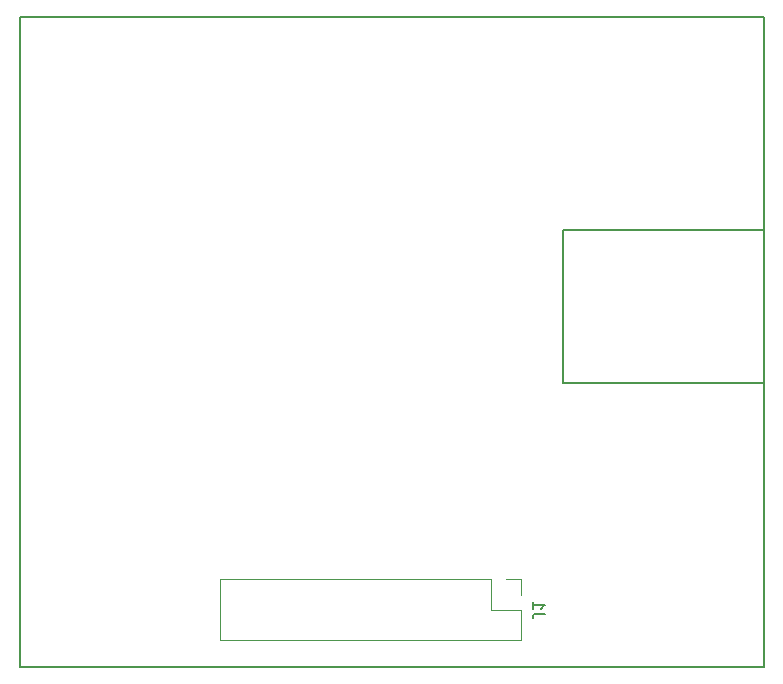
<source format=gbr>
%TF.GenerationSoftware,KiCad,Pcbnew,(5.1.9)-1*%
%TF.CreationDate,2021-09-07T11:59:19+02:00*%
%TF.ProjectId,DDS_mount,4444535f-6d6f-4756-9e74-2e6b69636164,rev?*%
%TF.SameCoordinates,Original*%
%TF.FileFunction,Legend,Bot*%
%TF.FilePolarity,Positive*%
%FSLAX46Y46*%
G04 Gerber Fmt 4.6, Leading zero omitted, Abs format (unit mm)*
G04 Created by KiCad (PCBNEW (5.1.9)-1) date 2021-09-07 11:59:19*
%MOMM*%
%LPD*%
G01*
G04 APERTURE LIST*
%ADD10C,0.150000*%
%ADD11C,0.120000*%
G04 APERTURE END LIST*
D10*
%TO.C,J1*%
X192500000Y-118000000D02*
X209500000Y-118000000D01*
X192500000Y-105000000D02*
X192500000Y-118000000D01*
X209500000Y-105000000D02*
X192500000Y-105000000D01*
X146500000Y-87000000D02*
X146500000Y-142000000D01*
X209500000Y-87000000D02*
X146500000Y-87000000D01*
X209500000Y-142000000D02*
X209500000Y-87000000D01*
X146500000Y-142000000D02*
X209500000Y-142000000D01*
D11*
X188980000Y-139770000D02*
X188980000Y-137170000D01*
X188980000Y-139770000D02*
X163460000Y-139770000D01*
X163460000Y-139770000D02*
X163460000Y-134570000D01*
X186380000Y-134570000D02*
X163460000Y-134570000D01*
X186380000Y-137170000D02*
X186380000Y-134570000D01*
X188980000Y-137170000D02*
X186380000Y-137170000D01*
X188980000Y-134570000D02*
X187650000Y-134570000D01*
X188980000Y-135900000D02*
X188980000Y-134570000D01*
D10*
X190967619Y-137503333D02*
X190253333Y-137503333D01*
X190110476Y-137550952D01*
X190015238Y-137646190D01*
X189967619Y-137789047D01*
X189967619Y-137884285D01*
X189967619Y-136503333D02*
X189967619Y-137074761D01*
X189967619Y-136789047D02*
X190967619Y-136789047D01*
X190824761Y-136884285D01*
X190729523Y-136979523D01*
X190681904Y-137074761D01*
%TD*%
M02*

</source>
